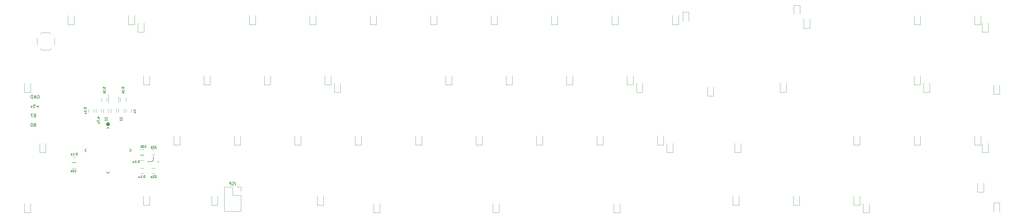
<source format=gbo>
G04 #@! TF.GenerationSoftware,KiCad,Pcbnew,(5.99.0-11177-g6c67dfa032)*
G04 #@! TF.CreationDate,2021-08-04T18:31:12+03:00*
G04 #@! TF.ProjectId,lyra_alpha,6c797261-5f61-46c7-9068-612e6b696361,rev?*
G04 #@! TF.SameCoordinates,Original*
G04 #@! TF.FileFunction,Legend,Bot*
G04 #@! TF.FilePolarity,Positive*
%FSLAX46Y46*%
G04 Gerber Fmt 4.6, Leading zero omitted, Abs format (unit mm)*
G04 Created by KiCad (PCBNEW (5.99.0-11177-g6c67dfa032)) date 2021-08-04 18:31:12*
%MOMM*%
%LPD*%
G01*
G04 APERTURE LIST*
%ADD10C,0.150000*%
%ADD11C,0.120000*%
G04 APERTURE END LIST*
D10*
X88367728Y-94477828D02*
X87605823Y-94477828D01*
X87986776Y-94858780D02*
X87986776Y-94096876D01*
X86653443Y-93858780D02*
X87129633Y-93858780D01*
X87177252Y-94334971D01*
X87129633Y-94287352D01*
X87034395Y-94239733D01*
X86796300Y-94239733D01*
X86701062Y-94287352D01*
X86653443Y-94334971D01*
X86605823Y-94430209D01*
X86605823Y-94668304D01*
X86653443Y-94763542D01*
X86701062Y-94811161D01*
X86796300Y-94858780D01*
X87034395Y-94858780D01*
X87129633Y-94811161D01*
X87177252Y-94763542D01*
X86272490Y-94192114D02*
X86034395Y-94858780D01*
X85796300Y-94192114D01*
X87034495Y-100287571D02*
X86891638Y-100335190D01*
X86844019Y-100382809D01*
X86796400Y-100478047D01*
X86796400Y-100620904D01*
X86844019Y-100716142D01*
X86891638Y-100763761D01*
X86986876Y-100811380D01*
X87367828Y-100811380D01*
X87367828Y-99811380D01*
X87034495Y-99811380D01*
X86939257Y-99859000D01*
X86891638Y-99906619D01*
X86844019Y-100001857D01*
X86844019Y-100097095D01*
X86891638Y-100192333D01*
X86939257Y-100239952D01*
X87034495Y-100287571D01*
X87367828Y-100287571D01*
X86177352Y-99811380D02*
X86082114Y-99811380D01*
X85986876Y-99859000D01*
X85939257Y-99906619D01*
X85891638Y-100001857D01*
X85844019Y-100192333D01*
X85844019Y-100430428D01*
X85891638Y-100620904D01*
X85939257Y-100716142D01*
X85986876Y-100763761D01*
X86082114Y-100811380D01*
X86177352Y-100811380D01*
X86272590Y-100763761D01*
X86320209Y-100716142D01*
X86367828Y-100620904D01*
X86415447Y-100430428D01*
X86415447Y-100192333D01*
X86367828Y-100001857D01*
X86320209Y-99906619D01*
X86272590Y-99859000D01*
X86177352Y-99811380D01*
X87034495Y-97311471D02*
X86891638Y-97359090D01*
X86844019Y-97406709D01*
X86796400Y-97501947D01*
X86796400Y-97644804D01*
X86844019Y-97740042D01*
X86891638Y-97787661D01*
X86986876Y-97835280D01*
X87367828Y-97835280D01*
X87367828Y-96835280D01*
X87034495Y-96835280D01*
X86939257Y-96882900D01*
X86891638Y-96930519D01*
X86844019Y-97025757D01*
X86844019Y-97120995D01*
X86891638Y-97216233D01*
X86939257Y-97263852D01*
X87034495Y-97311471D01*
X87367828Y-97311471D01*
X86463066Y-96835280D02*
X85796400Y-96835280D01*
X86224971Y-97835280D01*
X109221333Y-97862061D02*
X109188000Y-97895394D01*
X109154666Y-97962061D01*
X109154666Y-98128728D01*
X109188000Y-98195394D01*
X109221333Y-98228728D01*
X109288000Y-98262061D01*
X109354666Y-98262061D01*
X109454666Y-98228728D01*
X109854666Y-97828728D01*
X109854666Y-98262061D01*
X109221333Y-98528728D02*
X109188000Y-98562061D01*
X109154666Y-98628728D01*
X109154666Y-98795394D01*
X109188000Y-98862061D01*
X109221333Y-98895394D01*
X109288000Y-98928728D01*
X109354666Y-98928728D01*
X109454666Y-98895394D01*
X109854666Y-98495394D01*
X109854666Y-98928728D01*
X113983465Y-97862061D02*
X113950132Y-97895394D01*
X113916798Y-97962061D01*
X113916798Y-98128728D01*
X113950132Y-98195394D01*
X113983465Y-98228728D01*
X114050132Y-98262061D01*
X114116798Y-98262061D01*
X114216798Y-98228728D01*
X114616798Y-97828728D01*
X114616798Y-98262061D01*
X113983465Y-98528728D02*
X113950132Y-98562061D01*
X113916798Y-98628728D01*
X113916798Y-98795394D01*
X113950132Y-98862061D01*
X113983465Y-98895394D01*
X114050132Y-98928728D01*
X114116798Y-98928728D01*
X114216798Y-98895394D01*
X114616798Y-98495394D01*
X114616798Y-98928728D01*
X114512111Y-88680179D02*
X114512111Y-88346846D01*
X114845445Y-88313512D01*
X114812111Y-88346846D01*
X114778778Y-88413512D01*
X114778778Y-88580179D01*
X114812111Y-88646846D01*
X114845445Y-88680179D01*
X114912111Y-88713512D01*
X115078778Y-88713512D01*
X115145445Y-88680179D01*
X115178778Y-88646846D01*
X115212111Y-88580179D01*
X115212111Y-88413512D01*
X115178778Y-88346846D01*
X115145445Y-88313512D01*
X115145445Y-89013512D02*
X115178778Y-89046846D01*
X115212111Y-89013512D01*
X115178778Y-88980179D01*
X115145445Y-89013512D01*
X115212111Y-89013512D01*
X115212111Y-89713512D02*
X115212111Y-89313512D01*
X115212111Y-89513512D02*
X114512111Y-89513512D01*
X114612111Y-89446846D01*
X114678778Y-89380179D01*
X114712111Y-89313512D01*
X115212111Y-90013512D02*
X114512111Y-90013512D01*
X114945445Y-90080179D02*
X115212111Y-90280179D01*
X114745445Y-90280179D02*
X115012111Y-90013512D01*
X87939153Y-90929800D02*
X88034391Y-90882180D01*
X88177248Y-90882180D01*
X88320105Y-90929800D01*
X88415343Y-91025038D01*
X88462962Y-91120276D01*
X88510581Y-91310752D01*
X88510581Y-91453609D01*
X88462962Y-91644085D01*
X88415343Y-91739323D01*
X88320105Y-91834561D01*
X88177248Y-91882180D01*
X88082010Y-91882180D01*
X87939153Y-91834561D01*
X87891534Y-91786942D01*
X87891534Y-91453609D01*
X88082010Y-91453609D01*
X87462962Y-91882180D02*
X87462962Y-90882180D01*
X86891534Y-91882180D01*
X86891534Y-90882180D01*
X86415343Y-91882180D02*
X86415343Y-90882180D01*
X86177248Y-90882180D01*
X86034391Y-90929800D01*
X85939153Y-91025038D01*
X85891534Y-91120276D01*
X85843915Y-91310752D01*
X85843915Y-91453609D01*
X85891534Y-91644085D01*
X85939153Y-91739323D01*
X86034391Y-91834561D01*
X86177248Y-91882180D01*
X86415343Y-91882180D01*
X108558981Y-88680179D02*
X108558981Y-88346846D01*
X108892315Y-88313512D01*
X108858981Y-88346846D01*
X108825648Y-88413512D01*
X108825648Y-88580179D01*
X108858981Y-88646846D01*
X108892315Y-88680179D01*
X108958981Y-88713512D01*
X109125648Y-88713512D01*
X109192315Y-88680179D01*
X109225648Y-88646846D01*
X109258981Y-88580179D01*
X109258981Y-88413512D01*
X109225648Y-88346846D01*
X109192315Y-88313512D01*
X109192315Y-89013512D02*
X109225648Y-89046846D01*
X109258981Y-89013512D01*
X109225648Y-88980179D01*
X109192315Y-89013512D01*
X109258981Y-89013512D01*
X109258981Y-89713512D02*
X109258981Y-89313512D01*
X109258981Y-89513512D02*
X108558981Y-89513512D01*
X108658981Y-89446846D01*
X108725648Y-89380179D01*
X108758981Y-89313512D01*
X109258981Y-90013512D02*
X108558981Y-90013512D01*
X108992315Y-90080179D02*
X109258981Y-90280179D01*
X108792315Y-90280179D02*
X109058981Y-90013512D01*
X118783989Y-95880809D02*
X118783989Y-95480809D01*
X118783989Y-95680809D02*
X118083989Y-95680809D01*
X118183989Y-95614142D01*
X118250656Y-95547476D01*
X118283989Y-95480809D01*
X118317323Y-96480809D02*
X118783989Y-96480809D01*
X118317323Y-96180809D02*
X118683989Y-96180809D01*
X118750656Y-96214142D01*
X118783989Y-96280809D01*
X118783989Y-96380809D01*
X118750656Y-96447476D01*
X118717323Y-96480809D01*
X99690847Y-115211971D02*
X100090847Y-115211971D01*
X99890847Y-115211971D02*
X99890847Y-114511971D01*
X99957514Y-114611971D01*
X100024181Y-114678638D01*
X100090847Y-114711971D01*
X99257514Y-114511971D02*
X99190847Y-114511971D01*
X99124181Y-114545305D01*
X99090847Y-114578638D01*
X99057514Y-114645305D01*
X99024181Y-114778638D01*
X99024181Y-114945305D01*
X99057514Y-115078638D01*
X99090847Y-115145305D01*
X99124181Y-115178638D01*
X99190847Y-115211971D01*
X99257514Y-115211971D01*
X99324181Y-115178638D01*
X99357514Y-115145305D01*
X99390847Y-115078638D01*
X99424181Y-114945305D01*
X99424181Y-114778638D01*
X99390847Y-114645305D01*
X99357514Y-114578638D01*
X99324181Y-114545305D01*
X99257514Y-114511971D01*
X98724181Y-115211971D02*
X98724181Y-114511971D01*
X98657514Y-114945305D02*
X98457514Y-115211971D01*
X98457514Y-114745305D02*
X98724181Y-115011971D01*
X100324181Y-109154154D02*
X100257514Y-109154154D01*
X100190847Y-109187488D01*
X100157514Y-109220821D01*
X100124181Y-109287488D01*
X100090847Y-109420821D01*
X100090847Y-109587488D01*
X100124181Y-109720821D01*
X100157514Y-109787488D01*
X100190847Y-109820821D01*
X100257514Y-109854154D01*
X100324181Y-109854154D01*
X100390847Y-109820821D01*
X100424181Y-109787488D01*
X100457514Y-109720821D01*
X100490847Y-109587488D01*
X100490847Y-109420821D01*
X100457514Y-109287488D01*
X100424181Y-109220821D01*
X100390847Y-109187488D01*
X100324181Y-109154154D01*
X99790847Y-109787488D02*
X99757514Y-109820821D01*
X99790847Y-109854154D01*
X99824181Y-109820821D01*
X99790847Y-109787488D01*
X99790847Y-109854154D01*
X99090847Y-109854154D02*
X99490847Y-109854154D01*
X99290847Y-109854154D02*
X99290847Y-109154154D01*
X99357514Y-109254154D01*
X99424181Y-109320821D01*
X99490847Y-109354154D01*
X98490847Y-109387488D02*
X98490847Y-109854154D01*
X98790847Y-109387488D02*
X98790847Y-109754154D01*
X98757514Y-109820821D01*
X98690847Y-109854154D01*
X98590847Y-109854154D01*
X98524181Y-109820821D01*
X98490847Y-109787488D01*
X102605851Y-94938415D02*
X102605851Y-95005081D01*
X102639185Y-95071748D01*
X102672518Y-95105081D01*
X102739185Y-95138415D01*
X102872518Y-95171748D01*
X103039185Y-95171748D01*
X103172518Y-95138415D01*
X103239185Y-95105081D01*
X103272518Y-95071748D01*
X103305851Y-95005081D01*
X103305851Y-94938415D01*
X103272518Y-94871748D01*
X103239185Y-94838415D01*
X103172518Y-94805081D01*
X103039185Y-94771748D01*
X102872518Y-94771748D01*
X102739185Y-94805081D01*
X102672518Y-94838415D01*
X102639185Y-94871748D01*
X102605851Y-94938415D01*
X103239185Y-95471748D02*
X103272518Y-95505081D01*
X103305851Y-95471748D01*
X103272518Y-95438415D01*
X103239185Y-95471748D01*
X103305851Y-95471748D01*
X103305851Y-96171748D02*
X103305851Y-95771748D01*
X103305851Y-95971748D02*
X102605851Y-95971748D01*
X102705851Y-95905081D01*
X102772518Y-95838415D01*
X102805851Y-95771748D01*
X102839185Y-96771748D02*
X103305851Y-96771748D01*
X102839185Y-96471748D02*
X103205851Y-96471748D01*
X103272518Y-96505081D01*
X103305851Y-96571748D01*
X103305851Y-96671748D01*
X103272518Y-96738415D01*
X103239185Y-96771748D01*
X121641701Y-116297910D02*
X121575034Y-116297910D01*
X121508367Y-116331244D01*
X121475034Y-116364577D01*
X121441701Y-116431244D01*
X121408367Y-116564577D01*
X121408367Y-116731244D01*
X121441701Y-116864577D01*
X121475034Y-116931244D01*
X121508367Y-116964577D01*
X121575034Y-116997910D01*
X121641701Y-116997910D01*
X121708367Y-116964577D01*
X121741701Y-116931244D01*
X121775034Y-116864577D01*
X121808367Y-116731244D01*
X121808367Y-116564577D01*
X121775034Y-116431244D01*
X121741701Y-116364577D01*
X121708367Y-116331244D01*
X121641701Y-116297910D01*
X121108367Y-116931244D02*
X121075034Y-116964577D01*
X121108367Y-116997910D01*
X121141701Y-116964577D01*
X121108367Y-116931244D01*
X121108367Y-116997910D01*
X120408367Y-116997910D02*
X120808367Y-116997910D01*
X120608367Y-116997910D02*
X120608367Y-116297910D01*
X120675034Y-116397910D01*
X120741701Y-116464577D01*
X120808367Y-116497910D01*
X119808367Y-116531244D02*
X119808367Y-116997910D01*
X120108367Y-116531244D02*
X120108367Y-116897910D01*
X120075034Y-116964577D01*
X120008367Y-116997910D01*
X119908367Y-116997910D01*
X119841701Y-116964577D01*
X119808367Y-116931244D01*
X107006376Y-98138520D02*
X107473042Y-98138520D01*
X106739709Y-97971854D02*
X107239709Y-97805187D01*
X107239709Y-98238520D01*
X107406376Y-98505187D02*
X107439709Y-98538520D01*
X107473042Y-98505187D01*
X107439709Y-98471854D01*
X107406376Y-98505187D01*
X107473042Y-98505187D01*
X106773042Y-98771854D02*
X106773042Y-99238520D01*
X107473042Y-98938520D01*
X107006376Y-99805187D02*
X107473042Y-99805187D01*
X107006376Y-99505187D02*
X107373042Y-99505187D01*
X107439709Y-99538520D01*
X107473042Y-99605187D01*
X107473042Y-99705187D01*
X107439709Y-99771854D01*
X107406376Y-99805187D01*
X125380245Y-116364577D02*
X125346912Y-116331244D01*
X125280245Y-116297910D01*
X125113579Y-116297910D01*
X125046912Y-116331244D01*
X125013579Y-116364577D01*
X124980245Y-116431244D01*
X124980245Y-116497910D01*
X125013579Y-116597910D01*
X125413579Y-116997910D01*
X124980245Y-116997910D01*
X124713579Y-116364577D02*
X124680245Y-116331244D01*
X124613579Y-116297910D01*
X124446912Y-116297910D01*
X124380245Y-116331244D01*
X124346912Y-116364577D01*
X124313579Y-116431244D01*
X124313579Y-116497910D01*
X124346912Y-116597910D01*
X124746912Y-116997910D01*
X124313579Y-116997910D01*
X124013579Y-116531244D02*
X124013579Y-117231244D01*
X124013579Y-116564577D02*
X123946912Y-116531244D01*
X123813579Y-116531244D01*
X123746912Y-116564577D01*
X123713579Y-116597910D01*
X123680245Y-116664577D01*
X123680245Y-116864577D01*
X123713579Y-116931244D01*
X123746912Y-116964577D01*
X123813579Y-116997910D01*
X123946912Y-116997910D01*
X124013579Y-116964577D01*
X125383166Y-107028333D02*
X125349833Y-106995000D01*
X125283166Y-106961666D01*
X125116500Y-106961666D01*
X125049833Y-106995000D01*
X125016500Y-107028333D01*
X124983166Y-107095000D01*
X124983166Y-107161666D01*
X125016500Y-107261666D01*
X125416500Y-107661666D01*
X124983166Y-107661666D01*
X124716500Y-107028333D02*
X124683166Y-106995000D01*
X124616500Y-106961666D01*
X124449833Y-106961666D01*
X124383166Y-106995000D01*
X124349833Y-107028333D01*
X124316500Y-107095000D01*
X124316500Y-107161666D01*
X124349833Y-107261666D01*
X124749833Y-107661666D01*
X124316500Y-107661666D01*
X124016500Y-107195000D02*
X124016500Y-107895000D01*
X124016500Y-107228333D02*
X123949833Y-107195000D01*
X123816500Y-107195000D01*
X123749833Y-107228333D01*
X123716500Y-107261666D01*
X123683166Y-107328333D01*
X123683166Y-107528333D01*
X123716500Y-107595000D01*
X123749833Y-107628333D01*
X123816500Y-107661666D01*
X123949833Y-107661666D01*
X124016500Y-107628333D01*
X121717428Y-107472902D02*
X122117428Y-107472902D01*
X121917428Y-107472902D02*
X121917428Y-106772902D01*
X121984095Y-106872902D01*
X122050762Y-106939569D01*
X122117428Y-106972902D01*
X121284095Y-106772902D02*
X121217428Y-106772902D01*
X121150762Y-106806236D01*
X121117428Y-106839569D01*
X121084095Y-106906236D01*
X121050762Y-107039569D01*
X121050762Y-107206236D01*
X121084095Y-107339569D01*
X121117428Y-107406236D01*
X121150762Y-107439569D01*
X121217428Y-107472902D01*
X121284095Y-107472902D01*
X121350762Y-107439569D01*
X121384095Y-107406236D01*
X121417428Y-107339569D01*
X121450762Y-107206236D01*
X121450762Y-107039569D01*
X121417428Y-106906236D01*
X121384095Y-106839569D01*
X121350762Y-106806236D01*
X121284095Y-106772902D01*
X120750762Y-107472902D02*
X120750762Y-106772902D01*
X120684095Y-107206236D02*
X120484095Y-107472902D01*
X120484095Y-107006236D02*
X120750762Y-107272902D01*
X119855762Y-111535406D02*
X119789095Y-111535406D01*
X119722428Y-111568740D01*
X119689095Y-111602073D01*
X119655762Y-111668740D01*
X119622428Y-111802073D01*
X119622428Y-111968740D01*
X119655762Y-112102073D01*
X119689095Y-112168740D01*
X119722428Y-112202073D01*
X119789095Y-112235406D01*
X119855762Y-112235406D01*
X119922428Y-112202073D01*
X119955762Y-112168740D01*
X119989095Y-112102073D01*
X120022428Y-111968740D01*
X120022428Y-111802073D01*
X119989095Y-111668740D01*
X119955762Y-111602073D01*
X119922428Y-111568740D01*
X119855762Y-111535406D01*
X119322428Y-112168740D02*
X119289095Y-112202073D01*
X119322428Y-112235406D01*
X119355762Y-112202073D01*
X119322428Y-112168740D01*
X119322428Y-112235406D01*
X118622428Y-112235406D02*
X119022428Y-112235406D01*
X118822428Y-112235406D02*
X118822428Y-111535406D01*
X118889095Y-111635406D01*
X118955762Y-111702073D01*
X119022428Y-111735406D01*
X118022428Y-111768740D02*
X118022428Y-112235406D01*
X118322428Y-111768740D02*
X118322428Y-112135406D01*
X118289095Y-112202073D01*
X118222428Y-112235406D01*
X118122428Y-112235406D01*
X118055762Y-112202073D01*
X118022428Y-112168740D01*
X150367010Y-119401500D02*
X150367010Y-118401500D01*
X149938439Y-119353881D02*
X149795581Y-119401500D01*
X149557486Y-119401500D01*
X149462248Y-119353881D01*
X149414629Y-119306262D01*
X149367010Y-119211024D01*
X149367010Y-119115786D01*
X149414629Y-119020548D01*
X149462248Y-118972929D01*
X149557486Y-118925310D01*
X149747962Y-118877691D01*
X149843200Y-118830072D01*
X149890820Y-118782453D01*
X149938439Y-118687215D01*
X149938439Y-118591977D01*
X149890820Y-118496739D01*
X149843200Y-118449120D01*
X149747962Y-118401500D01*
X149509867Y-118401500D01*
X149367010Y-118449120D01*
X148938439Y-119401500D02*
X148938439Y-118401500D01*
X148557486Y-118401500D01*
X148462248Y-118449120D01*
X148414629Y-118496739D01*
X148367010Y-118591977D01*
X148367010Y-118734834D01*
X148414629Y-118830072D01*
X148462248Y-118877691D01*
X148557486Y-118925310D01*
X148938439Y-118925310D01*
D11*
X92187500Y-71518800D02*
X91737500Y-71068800D01*
X91737500Y-71068800D02*
X89237500Y-71068800D01*
X87737500Y-72818800D02*
X87737500Y-74818800D01*
X88787500Y-71518800D02*
X89237500Y-71068800D01*
X92187500Y-76118800D02*
X91737500Y-76568800D01*
X91737500Y-76568800D02*
X89237500Y-76568800D01*
X88787500Y-76118800D02*
X89237500Y-76568800D01*
X93237500Y-72818800D02*
X93237500Y-74818800D01*
X108658000Y-95236900D02*
X108658000Y-96436900D01*
X110418000Y-96436900D02*
X110418000Y-95236900D01*
X111039000Y-95245300D02*
X111039000Y-96445300D01*
X112799000Y-96445300D02*
X112799000Y-95245300D01*
X115180000Y-96445300D02*
X115180000Y-95245300D01*
X113420000Y-95245300D02*
X113420000Y-96445300D01*
X115775000Y-92873500D02*
X115775000Y-91673500D01*
X114015000Y-91673500D02*
X114015000Y-92873500D01*
X110309000Y-93173500D02*
X110309000Y-90723500D01*
X113529000Y-91373500D02*
X113529000Y-93173500D01*
X108062000Y-91673500D02*
X108062000Y-92873500D01*
X109822000Y-92873500D02*
X109822000Y-91673500D01*
X271493000Y-125206000D02*
X271493000Y-128066000D01*
X269573000Y-128066000D02*
X269573000Y-125206000D01*
X271493000Y-128066000D02*
X269573000Y-128066000D01*
X115831000Y-96345300D02*
X115831000Y-95345300D01*
X117531000Y-95345300D02*
X117531000Y-96345300D01*
X100017200Y-112229000D02*
X98817200Y-112229000D01*
X98817200Y-113989000D02*
X100017200Y-113989000D01*
X98917200Y-110473000D02*
X99917200Y-110473000D01*
X99917200Y-112173000D02*
X98917200Y-112173000D01*
X105625000Y-95345300D02*
X105625000Y-96345300D01*
X103925000Y-96345300D02*
X103925000Y-95345300D01*
X121348000Y-115745000D02*
X120348000Y-115745000D01*
X120348000Y-114045000D02*
X121348000Y-114045000D01*
X108006000Y-95345300D02*
X108006000Y-96345300D01*
X106306000Y-96345300D02*
X106306000Y-95345300D01*
X123920000Y-114045000D02*
X124920000Y-114045000D01*
X124920000Y-115745000D02*
X123920000Y-115745000D01*
D10*
X124420000Y-111519000D02*
X124420000Y-110319000D01*
X124020000Y-111919000D02*
X123170000Y-111919000D01*
X124020000Y-111919000D02*
X124420000Y-111519000D01*
X125920000Y-112119000D02*
X125920000Y-111719000D01*
X122820000Y-112119000D02*
X122820000Y-111719000D01*
D11*
X124920000Y-109792000D02*
X123920000Y-109792000D01*
X123920000Y-108092000D02*
X124920000Y-108092000D01*
X121448000Y-108062000D02*
X120248000Y-108062000D01*
X120248000Y-109822000D02*
X121448000Y-109822000D01*
D10*
X110133000Y-101028445D02*
X110539586Y-101435031D01*
X117451555Y-108347000D02*
X116974258Y-108824297D01*
X110133000Y-115665555D02*
X110610297Y-115188258D01*
X110133000Y-115665555D02*
X109655703Y-115188258D01*
X102814445Y-108347000D02*
X103291742Y-107869703D01*
X110222803Y-99995362D02*
X110133000Y-100085164D01*
X102814445Y-108347000D02*
X103291742Y-108824297D01*
X110133000Y-101028445D02*
X109655703Y-101505742D01*
X117451555Y-108347000D02*
X116974258Y-107869703D01*
X110416981Y-100085164D02*
G75*
G03*
X110416981Y-100085164I-283981J0D01*
G01*
X110387000Y-100085164D02*
G75*
G03*
X110387000Y-100085164I-254000J0D01*
G01*
X110260001Y-100085164D02*
G75*
G03*
X110260001Y-100085164I-127001J0D01*
G01*
X110656635Y-100085164D02*
G75*
G03*
X110656635Y-100085164I-523635J0D01*
G01*
X110534610Y-100085164D02*
G75*
G03*
X110534610Y-100085164I-401610J0D01*
G01*
D11*
X121348000Y-111578000D02*
X120348000Y-111578000D01*
X120348000Y-109878000D02*
X121348000Y-109878000D01*
X331359000Y-66865600D02*
X331359000Y-69725600D01*
X329439000Y-69725600D02*
X329439000Y-66865600D01*
X331359000Y-69725600D02*
X329439000Y-69725600D01*
X99447500Y-65675000D02*
X99447500Y-68535000D01*
X99447500Y-68535000D02*
X97527500Y-68535000D01*
X97527500Y-68535000D02*
X97527500Y-65675000D01*
X121474000Y-68056200D02*
X121474000Y-70916200D01*
X121474000Y-70916200D02*
X119554000Y-70916200D01*
X119554000Y-70916200D02*
X119554000Y-68056200D01*
X173728000Y-68535000D02*
X173728000Y-65675000D01*
X175648000Y-68535000D02*
X173728000Y-68535000D01*
X175648000Y-65675000D02*
X175648000Y-68535000D01*
X211828000Y-68535000D02*
X211828000Y-65675000D01*
X213748000Y-68535000D02*
X211828000Y-68535000D01*
X213748000Y-65675000D02*
X213748000Y-68535000D01*
X251848000Y-65675000D02*
X251848000Y-68535000D01*
X249928000Y-68535000D02*
X249928000Y-65675000D01*
X251848000Y-68535000D02*
X249928000Y-68535000D01*
X288028000Y-68535000D02*
X288028000Y-65675000D01*
X289948000Y-65675000D02*
X289948000Y-68535000D01*
X289948000Y-68535000D02*
X288028000Y-68535000D01*
X328214000Y-62433800D02*
X328214000Y-65293800D01*
X326294000Y-62433800D02*
X328214000Y-62433800D01*
X326294000Y-65293800D02*
X326294000Y-62433800D01*
X366148000Y-65675000D02*
X366148000Y-68535000D01*
X364228000Y-68535000D02*
X364228000Y-65675000D01*
X366148000Y-68535000D02*
X364228000Y-68535000D01*
X385658000Y-70916200D02*
X385658000Y-68056200D01*
X387578000Y-68056200D02*
X387578000Y-70916200D01*
X387578000Y-70916200D02*
X385658000Y-70916200D01*
X85755300Y-89966200D02*
X83835300Y-89966200D01*
X85755300Y-87106200D02*
X85755300Y-89966200D01*
X83835300Y-89966200D02*
X83835300Y-87106200D01*
X142310000Y-84725000D02*
X142310000Y-87585000D01*
X140390000Y-87585000D02*
X140390000Y-84725000D01*
X142310000Y-87585000D02*
X140390000Y-87585000D01*
X180410000Y-87585000D02*
X178490000Y-87585000D01*
X178490000Y-87585000D02*
X178490000Y-84725000D01*
X180410000Y-84725000D02*
X180410000Y-87585000D01*
X216590000Y-87585000D02*
X216590000Y-84725000D01*
X218510000Y-84725000D02*
X218510000Y-87585000D01*
X218510000Y-87585000D02*
X216590000Y-87585000D01*
X256610000Y-84725000D02*
X256610000Y-87585000D01*
X256610000Y-87585000D02*
X254690000Y-87585000D01*
X254690000Y-87585000D02*
X254690000Y-84725000D01*
X278636000Y-87106200D02*
X278636000Y-89966200D01*
X276716000Y-89966200D02*
X276716000Y-87106200D01*
X278636000Y-89966200D02*
X276716000Y-89966200D01*
X323880000Y-89966200D02*
X321960000Y-89966200D01*
X321960000Y-89966200D02*
X321960000Y-87106200D01*
X323880000Y-87106200D02*
X323880000Y-89966200D01*
X364228000Y-87585000D02*
X364228000Y-84725000D01*
X366148000Y-84725000D02*
X366148000Y-87585000D01*
X366148000Y-87585000D02*
X364228000Y-87585000D01*
X389230000Y-90561500D02*
X389230000Y-87701500D01*
X391150000Y-90561500D02*
X389230000Y-90561500D01*
X391150000Y-87701500D02*
X391150000Y-90561500D01*
X90517800Y-109016000D02*
X88597800Y-109016000D01*
X88597800Y-109016000D02*
X88597800Y-106156000D01*
X90517800Y-106156000D02*
X90517800Y-109016000D01*
X149915000Y-106635000D02*
X149915000Y-103775000D01*
X151835000Y-103775000D02*
X151835000Y-106635000D01*
X151835000Y-106635000D02*
X149915000Y-106635000D01*
X188015000Y-106635000D02*
X188015000Y-103775000D01*
X189935000Y-106635000D02*
X188015000Y-106635000D01*
X189935000Y-103775000D02*
X189935000Y-106635000D01*
X228035000Y-106635000D02*
X226115000Y-106635000D01*
X228035000Y-103775000D02*
X228035000Y-106635000D01*
X226115000Y-106635000D02*
X226115000Y-103775000D01*
X266135000Y-106635000D02*
X264215000Y-106635000D01*
X266135000Y-103775000D02*
X266135000Y-106635000D01*
X264215000Y-106635000D02*
X264215000Y-103775000D01*
X288162000Y-106156000D02*
X288162000Y-109016000D01*
X286242000Y-109016000D02*
X286242000Y-106156000D01*
X288162000Y-109016000D02*
X286242000Y-109016000D01*
X347098000Y-106635000D02*
X345178000Y-106635000D01*
X347098000Y-103775000D02*
X347098000Y-106635000D01*
X345178000Y-106635000D02*
X345178000Y-103775000D01*
X366148000Y-106635000D02*
X364228000Y-106635000D01*
X364228000Y-106635000D02*
X364228000Y-103775000D01*
X366148000Y-103775000D02*
X366148000Y-106635000D01*
X387578000Y-109016000D02*
X385658000Y-109016000D01*
X385658000Y-109016000D02*
X385658000Y-106156000D01*
X387578000Y-106156000D02*
X387578000Y-109016000D01*
X85755300Y-128066000D02*
X83835300Y-128066000D01*
X83835300Y-128066000D02*
X83835300Y-125206000D01*
X85755300Y-125206000D02*
X85755300Y-128066000D01*
X144691000Y-125685000D02*
X142771000Y-125685000D01*
X144691000Y-122825000D02*
X144691000Y-125685000D01*
X142771000Y-125685000D02*
X142771000Y-122825000D01*
X195806000Y-125206000D02*
X195806000Y-128066000D01*
X193886000Y-128066000D02*
X193886000Y-125206000D01*
X195806000Y-128066000D02*
X193886000Y-128066000D01*
X233393000Y-128066000D02*
X231473000Y-128066000D01*
X231473000Y-128066000D02*
X231473000Y-125206000D01*
X233393000Y-125206000D02*
X233393000Y-128066000D01*
X326128000Y-125685000D02*
X326128000Y-122825000D01*
X328048000Y-125685000D02*
X326128000Y-125685000D01*
X328048000Y-122825000D02*
X328048000Y-125685000D01*
X348154000Y-128066000D02*
X348154000Y-125206000D01*
X350074000Y-128066000D02*
X348154000Y-128066000D01*
X350074000Y-125206000D02*
X350074000Y-128066000D01*
X389230000Y-124942000D02*
X391150000Y-124942000D01*
X391150000Y-124942000D02*
X391150000Y-127802000D01*
X389230000Y-127802000D02*
X389230000Y-124942000D01*
X116578000Y-68535000D02*
X116578000Y-65675000D01*
X118498000Y-68535000D02*
X116578000Y-68535000D01*
X118498000Y-65675000D02*
X118498000Y-68535000D01*
X156598000Y-68535000D02*
X154678000Y-68535000D01*
X156598000Y-65675000D02*
X156598000Y-68535000D01*
X154678000Y-68535000D02*
X154678000Y-65675000D01*
X194698000Y-65675000D02*
X194698000Y-68535000D01*
X194698000Y-68535000D02*
X192778000Y-68535000D01*
X192778000Y-68535000D02*
X192778000Y-65675000D01*
X232798000Y-68535000D02*
X230878000Y-68535000D01*
X230878000Y-68535000D02*
X230878000Y-65675000D01*
X232798000Y-65675000D02*
X232798000Y-68535000D01*
X270898000Y-65675000D02*
X270898000Y-68535000D01*
X270898000Y-68535000D02*
X268978000Y-68535000D01*
X268978000Y-68535000D02*
X268978000Y-65675000D01*
X291287000Y-64593300D02*
X293207000Y-64593300D01*
X293207000Y-64593300D02*
X293207000Y-67453300D01*
X291287000Y-67453300D02*
X291287000Y-64593300D01*
X385198000Y-65675000D02*
X385198000Y-68535000D01*
X385198000Y-68535000D02*
X383278000Y-68535000D01*
X383278000Y-68535000D02*
X383278000Y-65675000D01*
X123260000Y-84725000D02*
X123260000Y-87585000D01*
X123260000Y-87585000D02*
X121340000Y-87585000D01*
X121340000Y-87585000D02*
X121340000Y-84725000D01*
X161360000Y-87585000D02*
X159440000Y-87585000D01*
X161360000Y-84725000D02*
X161360000Y-87585000D01*
X159440000Y-87585000D02*
X159440000Y-84725000D01*
X181467000Y-89966200D02*
X181467000Y-87106200D01*
X183387000Y-87106200D02*
X183387000Y-89966200D01*
X183387000Y-89966200D02*
X181467000Y-89966200D01*
X237560000Y-84725000D02*
X237560000Y-87585000D01*
X235640000Y-87585000D02*
X235640000Y-84725000D01*
X237560000Y-87585000D02*
X235640000Y-87585000D01*
X275660000Y-84725000D02*
X275660000Y-87585000D01*
X275660000Y-87585000D02*
X273740000Y-87585000D01*
X273740000Y-87585000D02*
X273740000Y-84725000D01*
X299078000Y-91156900D02*
X299078000Y-88296900D01*
X300998000Y-88296900D02*
X300998000Y-91156900D01*
X300998000Y-91156900D02*
X299078000Y-91156900D01*
X369124000Y-89966200D02*
X367204000Y-89966200D01*
X369124000Y-87106200D02*
X369124000Y-89966200D01*
X367204000Y-89966200D02*
X367204000Y-87106200D01*
X130865000Y-106635000D02*
X130865000Y-103775000D01*
X132785000Y-106635000D02*
X130865000Y-106635000D01*
X132785000Y-103775000D02*
X132785000Y-106635000D01*
X168965000Y-106635000D02*
X168965000Y-103775000D01*
X170885000Y-106635000D02*
X168965000Y-106635000D01*
X170885000Y-103775000D02*
X170885000Y-106635000D01*
X208985000Y-103775000D02*
X208985000Y-106635000D01*
X207065000Y-106635000D02*
X207065000Y-103775000D01*
X208985000Y-106635000D02*
X207065000Y-106635000D01*
X247085000Y-103775000D02*
X247085000Y-106635000D01*
X245165000Y-106635000D02*
X245165000Y-103775000D01*
X247085000Y-106635000D02*
X245165000Y-106635000D01*
X285185000Y-103775000D02*
X285185000Y-106635000D01*
X283265000Y-106635000D02*
X283265000Y-103775000D01*
X285185000Y-106635000D02*
X283265000Y-106635000D01*
X309593000Y-109016000D02*
X307673000Y-109016000D01*
X309593000Y-106156000D02*
X309593000Y-109016000D01*
X307673000Y-109016000D02*
X307673000Y-106156000D01*
X385198000Y-106635000D02*
X383278000Y-106635000D01*
X383278000Y-106635000D02*
X383278000Y-103775000D01*
X385198000Y-103775000D02*
X385198000Y-106635000D01*
X123260000Y-122825000D02*
X123260000Y-125685000D01*
X121340000Y-125685000D02*
X121340000Y-122825000D01*
X123260000Y-125685000D02*
X121340000Y-125685000D01*
X178029000Y-122825000D02*
X178029000Y-125685000D01*
X176109000Y-125685000D02*
X176109000Y-122825000D01*
X178029000Y-125685000D02*
X176109000Y-125685000D01*
X307078000Y-125685000D02*
X307078000Y-122825000D01*
X308998000Y-122825000D02*
X308998000Y-125685000D01*
X308998000Y-125685000D02*
X307078000Y-125685000D01*
X345178000Y-125685000D02*
X345178000Y-122825000D01*
X347098000Y-125685000D02*
X345178000Y-125685000D01*
X347098000Y-122825000D02*
X347098000Y-125685000D01*
X386127000Y-118658000D02*
X386127000Y-121518000D01*
X386127000Y-121518000D02*
X384207000Y-121518000D01*
X384207000Y-121518000D02*
X384207000Y-118658000D01*
X149423000Y-122555000D02*
X149423000Y-119955000D01*
X146823000Y-119955000D02*
X146823000Y-127695000D01*
X152023000Y-122555000D02*
X149423000Y-122555000D01*
X152023000Y-127695000D02*
X146823000Y-127695000D01*
X152023000Y-121285000D02*
X152023000Y-119955000D01*
X152023000Y-122555000D02*
X152023000Y-127695000D01*
X152023000Y-119955000D02*
X150693000Y-119955000D01*
X149423000Y-119955000D02*
X146823000Y-119955000D01*
M02*

</source>
